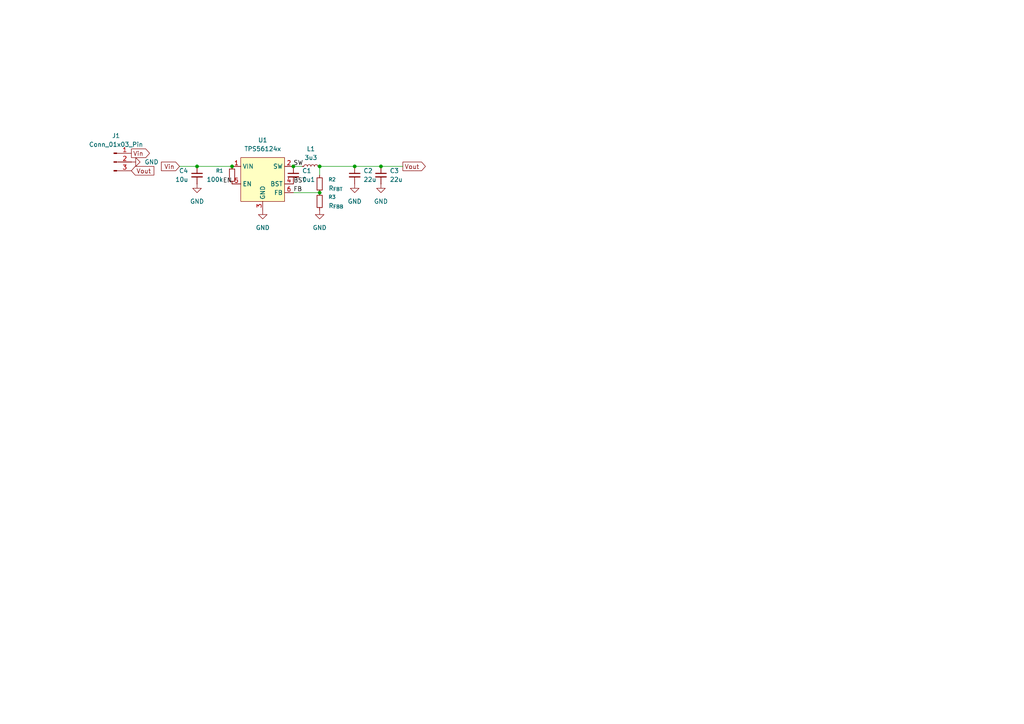
<source format=kicad_sch>
(kicad_sch (version 20250114) (generator "eeschema") (generator_version "9.0")
  (paper "A4")
  (lib_symbols
    (symbol "Connector:Conn_01x03_Pin" (pin_names (offset 1.016) (hide yes))
      (property "Reference" "J" (at 0 5.08 0))
      (property "Value" "Conn_01x03_Pin" (at 0 -5.08 0))
      (symbol "Conn_01x03_Pin_1_1"
        (rectangle (start 0.8636 2.667) (end 0 2.413) (stroke (width 0.1524)) (fill (type outline)))
        (rectangle (start 0.8636 0.127) (end 0 -0.127) (stroke (width 0.1524)) (fill (type outline)))
        (rectangle (start 0.8636 -2.413) (end 0 -2.667) (stroke (width 0.1524)) (fill (type outline)))
        (polyline (pts (xy 1.27 2.54) (xy 0.8636 2.54)) (stroke (width 0.1524)))
        (polyline (pts (xy 1.27 0) (xy 0.8636 0)) (stroke (width 0.1524)))
        (polyline (pts (xy 1.27 -2.54) (xy 0.8636 -2.54)) (stroke (width 0.1524)))
        (pin passive line (at 5.08 2.54 180) (length 3.81) (name "Pin_1") (number "1"))
        (pin passive line (at 5.08 0 180) (length 3.81) (name "Pin_2") (number "2"))
        (pin passive line (at 5.08 -2.54 180) (length 3.81) (name "Pin_3") (number "3"))
      )
    )
    (symbol "Device:C_Small" (pin_numbers (hide yes)) (pin_names (offset 0.254) (hide yes))
      (property "Reference" "C" (at 0.254 1.778 0))
      (property "Value" "C_Small" (at 0.254 -2.032 0))
      (symbol "C_Small_0_1"
        (polyline (pts (xy -1.524 0.508) (xy 1.524 0.508)) (stroke (width 0.3048)))
        (polyline (pts (xy -1.524 -0.508) (xy 1.524 -0.508)) (stroke (width 0.3302)))
      )
      (symbol "C_Small_1_1"
        (pin passive line (at 0 2.54 270) (length 2.032) (name "~") (number "1"))
        (pin passive line (at 0 -2.54 90) (length 2.032) (name "~") (number "2"))
      )
    )
    (symbol "Device:L_Small" (pin_numbers (hide yes)) (pin_names (offset 0.254) (hide yes))
      (property "Reference" "L" (at 0.762 1.016 0))
      (property "Value" "L_Small" (at 0.762 -1.016 0))
      (symbol "L_Small_0_1"
        (arc (start 0 2.032) (mid 0.5058 1.524) (end 0 1.016))
        (arc (start 0 1.016) (mid 0.5058 0.508) (end 0 0))
        (arc (start 0 0) (mid 0.5058 -0.508) (end 0 -1.016))
        (arc (start 0 -1.016) (mid 0.5058 -1.524) (end 0 -2.032))
      )
      (symbol "L_Small_1_1"
        (pin passive line (at 0 2.54 270) (length 0.508) (name "~") (number "1"))
        (pin passive line (at 0 -2.54 90) (length 0.508) (name "~") (number "2"))
      )
    )
    (symbol "Device:R_Small" (pin_numbers (hide yes)) (pin_names (offset 0.254) (hide yes))
      (property "Reference" "R" (at 0 0 90))
      (property "Value" "R_Small" (at 1.778 0 90))
      (symbol "R_Small_0_1"
        (rectangle (start -0.762 1.778) (end 0.762 -1.778) (stroke (width 0.2032)))
      )
      (symbol "R_Small_1_1"
        (pin passive line (at 0 2.54 270) (length 0.762) (name "~") (number "1"))
        (pin passive line (at 0 -2.54 90) (length 0.762) (name "~") (number "2"))
      )
    )
    (symbol "Library:TPS56124x"
      (property "Reference" "U" (at 0 0 0))
      (property "Value" "TPS56124x" (at 0 0 0))
      (symbol "TPS56124x_1_1"
        (rectangle (start -6.35 5.08) (end 6.35 -7.62) (fill (type background)))
        (pin power_in line (at -8.89 2.54 0) (length 2.54) (name "VIN") (number "1"))
        (pin input line (at -8.89 -2.54 0) (length 2.54) (name "EN") (number "5"))
        (pin power_in line (at 0 -10.16 90) (length 2.54) (name "GND") (number "3"))
        (pin power_out line (at 8.89 2.54 180) (length 2.54) (name "SW") (number "2"))
        (pin input line (at 8.89 -2.54 180) (length 2.54) (name "BST") (number "4"))
        (pin input line (at 8.89 -5.08 180) (length 2.54) (name "FB") (number "6"))
      )
    )
    (symbol "power:GND" (power) (pin_numbers (hide yes)) (pin_names (offset 0) (hide yes))
      (property "Value" "GND" (at 0 -3.81 0))
      (symbol "GND_0_1"
        (polyline (pts (xy 0 0) (xy 0 -1.27) (xy 1.27 -1.27) (xy 0 -2.54) (xy -1.27 -1.27) (xy 0 -1.27)))
      )
      (symbol "GND_1_1"
        (pin power_in line (at 0 0 270) (length 0) (name "~") (number "1"))
      )
    )
  )
  (junction (at 110.49 48.26))
  (junction (at 85.09 48.26))
  (junction (at 67.31 48.26))
  (junction (at 92.71 48.26))
  (junction (at 102.87 48.26))
  (junction (at 57.15 48.26))
  (junction (at 92.71 55.88))
  (wire (pts (xy 52.07 48.26) (xy 57.15 48.26)))
  (wire (pts (xy 92.71 48.26) (xy 92.71 50.8)))
  (wire (pts (xy 57.15 48.26) (xy 67.31 48.26)))
  (wire (pts (xy 92.71 48.26) (xy 102.87 48.26)))
  (wire (pts (xy 85.09 55.88) (xy 92.71 55.88)))
  (wire (pts (xy 102.87 48.26) (xy 110.49 48.26)))
  (wire (pts (xy 110.49 48.26) (xy 116.84 48.26)))
  (wire (pts (xy 85.09 48.26) (xy 87.63 48.26)))
  (label "FB" (at 85.09 55.88 0))
  (label "SW" (at 85.09 48.26 0))
  (label "EN" (at 67.31 53.34 180))
  (label "BST" (at 85.09 53.34 0))
  (global_label "Vout" (shape input) (at 38.1 49.53 0) (property "Intersheetrefs" "${INTERSHEET_REFS}" (effects (hide yes))))
  (global_label "Vout" (shape output) (at 116.84 48.26 0) (property "Intersheetrefs" "${INTERSHEET_REFS}" (effects (hide yes))))
  (global_label "Vin" (shape input) (at 52.07 48.26 180) (property "Intersheetrefs" "${INTERSHEET_REFS}" (effects (hide yes))))
  (global_label "Vin" (shape output) (at 38.1 44.45 0) (property "Intersheetrefs" "${INTERSHEET_REFS}" (effects (hide yes))))
  (symbol (lib_id "Device:R_Small") (at 67.31 50.8 0) (unit 1)
    (property "Reference" "R1" (at 64.77 49.5299 0) (effects (font (size 1.016 1.016)) (justify right)))
    (property "Value" "100k" (at 64.77 52.0699 0) (effects (justify right)))
    (property "Footprint" "Resistor_SMD:R_0603_1608Metric" (effects (hide yes)))
    (property "Description" "Resistor, small symbol" (effects (hide yes)))
  )
  (symbol (lib_id "Device:C_Small") (at 110.49 50.8 0) (unit 1)
    (property "Reference" "C3" (at 113.03 49.5362 0) (effects (justify left)))
    (property "Value" "22u" (at 113.03 52.0762 0) (effects (justify left)))
    (property "Footprint" "Capacitor_SMD:C_0603_1608Metric" (effects (hide yes)))
    (property "Description" "Unpolarized capacitor, small symbol" (effects (hide yes)))
  )
  (symbol (lib_id "power:GND") (at 110.49 53.34 0) (unit 1)
    (property "Reference" "#PWR05" (effects (hide yes)))
    (property "Value" "GND" (at 110.49 58.42 0))
    (property "Description" "Power symbol creates a global label with name \"GND\" , ground" (effects (hide yes)))
  )
  (symbol (lib_id "Device:C_Small") (at 57.15 50.8 0) (mirror y) (unit 1)
    (property "Reference" "C4" (at 54.61 49.5362 0) (effects (justify left)))
    (property "Value" "10u" (at 54.61 52.0762 0) (effects (justify left)))
    (property "Footprint" "Capacitor_SMD:C_0603_1608Metric" (effects (hide yes)))
    (property "Description" "Unpolarized capacitor, small symbol" (effects (hide yes)))
  )
  (symbol (lib_id "Connector:Conn_01x03_Pin") (at 33.02 46.99 0) (unit 1)
    (property "Reference" "J1" (at 33.655 39.37 0))
    (property "Value" "Conn_01x03_Pin" (at 33.655 41.91 0))
    (property "Footprint" "Connector_PinHeader_2.54mm:PinHeader_1x03_P2.54mm_Vertical" (effects (hide yes)))
    (property "Description" "Generic connector, single row, 01x03, script generated" (effects (hide yes)))
  )
  (symbol (lib_id "Device:L_Small") (at 90.17 48.26 90) (unit 1)
    (property "Reference" "L1" (at 90.17 43.18 90))
    (property "Value" "3u3" (at 90.17 45.72 90))
    (property "Footprint" "Inductor_SMD:L_0805_2012Metric" (effects (hide yes)))
    (property "Description" "Inductor, small symbol" (effects (hide yes)))
  )
  (symbol (lib_id "Device:C_Small") (at 85.09 50.8 0) (unit 1)
    (property "Reference" "C1" (at 87.63 49.5362 0) (effects (justify left)))
    (property "Value" "0u1" (at 87.63 52.0762 0) (effects (justify left)))
    (property "Footprint" "Capacitor_SMD:C_0603_1608Metric" (effects (hide yes)))
    (property "Description" "Unpolarized capacitor, small symbol" (effects (hide yes)))
  )
  (symbol (lib_id "power:GND") (at 76.2 60.96 0) (unit 1)
    (property "Reference" "#PWR02" (effects (hide yes)))
    (property "Value" "GND" (at 76.2 66.04 0))
    (property "Description" "Power symbol creates a global label with name \"GND\" , ground" (effects (hide yes)))
  )
  (symbol (lib_id "Device:R_Small") (at 92.71 53.34 0) (mirror y) (unit 1)
    (property "Reference" "R2" (at 95.25 52.0699 0) (effects (font (size 1.016 1.016)) (justify right)))
    (property "Value" "R_{FBT}" (at 95.25 54.6099 0) (effects (justify right)))
    (property "Footprint" "Resistor_SMD:R_0603_1608Metric" (effects (hide yes)))
    (property "Description" "Resistor, small symbol" (effects (hide yes)))
  )
  (symbol (lib_id "Device:R_Small") (at 92.71 58.42 0) (mirror y) (unit 1)
    (property "Reference" "R3" (at 95.25 57.1499 0) (effects (font (size 1.016 1.016)) (justify right)))
    (property "Value" "R_{FBB}" (at 95.25 59.6899 0) (effects (justify right)))
    (property "Footprint" "Resistor_SMD:R_0603_1608Metric" (effects (hide yes)))
    (property "Description" "Resistor, small symbol" (effects (hide yes)))
  )
  (symbol (lib_id "power:GND") (at 102.87 53.34 0) (unit 1)
    (property "Reference" "#PWR04" (effects (hide yes)))
    (property "Value" "GND" (at 102.87 58.42 0))
    (property "Description" "Power symbol creates a global label with name \"GND\" , ground" (effects (hide yes)))
  )
  (symbol (lib_id "power:GND") (at 57.15 53.34 0) (unit 1)
    (property "Reference" "#PWR06" (effects (hide yes)))
    (property "Value" "GND" (at 57.15 58.42 0))
    (property "Description" "Power symbol creates a global label with name \"GND\" , ground" (effects (hide yes)))
  )
  (symbol (lib_id "power:GND") (at 92.71 60.96 0) (unit 1)
    (property "Reference" "#PWR03" (effects (hide yes)))
    (property "Value" "GND" (at 92.71 66.04 0))
    (property "Description" "Power symbol creates a global label with name \"GND\" , ground" (effects (hide yes)))
  )
  (symbol (lib_id "Device:C_Small") (at 102.87 50.8 0) (unit 1)
    (property "Reference" "C2" (at 105.41 49.5362 0) (effects (justify left)))
    (property "Value" "22u" (at 105.41 52.0762 0) (effects (justify left)))
    (property "Footprint" "Capacitor_SMD:C_0603_1608Metric" (effects (hide yes)))
    (property "Description" "Unpolarized capacitor, small symbol" (effects (hide yes)))
  )
  (symbol (lib_id "power:GND") (at 38.1 46.99 90) (unit 1)
    (property "Reference" "#PWR01" (effects (hide yes)))
    (property "Value" "GND" (at 41.91 46.9899 90) (effects (justify right)))
    (property "Description" "Power symbol creates a global label with name \"GND\" , ground" (effects (hide yes)))
  )
  (symbol (lib_id "Library:TPS56124x") (at 76.2 50.8 0) (unit 1)
    (property "Reference" "U1" (at 76.2 40.64 0))
    (property "Value" "TPS56124x" (at 76.2 43.18 0))
    (property "Footprint" "Package_TO_SOT_SMD:SOT-563" (effects (hide yes)))
  )
)
</source>
